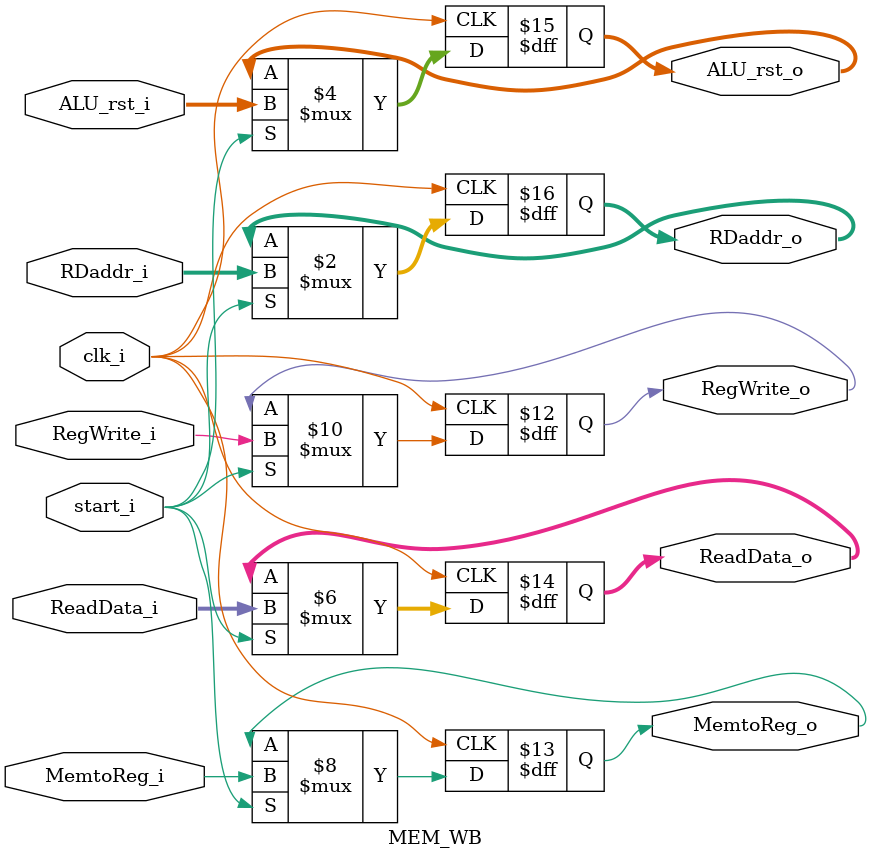
<source format=v>
module MEM_WB(
    clk_i,
    start_i,
    RegWrite_i,
    MemtoReg_i,
    RegWrite_o,
    MemtoReg_o,

    ALU_rst_i,
    ReadData_i,
    ALU_rst_o,
    ReadData_o,

    RDaddr_i,
	  RDaddr_o
);

// Ports
input         clk_i, start_i;
input         RegWrite_i, MemtoReg_i;
output  reg    RegWrite_o, MemtoReg_o;

input        [31:0]    ReadData_i, ALU_rst_i;
output  reg   [31:0]    ReadData_o, ALU_rst_o;
input        [4:0]     RDaddr_i;
output  reg   [4:0]     RDaddr_o;


always @(posedge clk_i) begin
  if (start_i) begin
    RegWrite_o <= RegWrite_i;
    MemtoReg_o <= MemtoReg_i;
    ReadData_o <= ReadData_i;
    ALU_rst_o <= ALU_rst_i;
	  RDaddr_o <= RDaddr_i;
  end
end
endmodule

</source>
